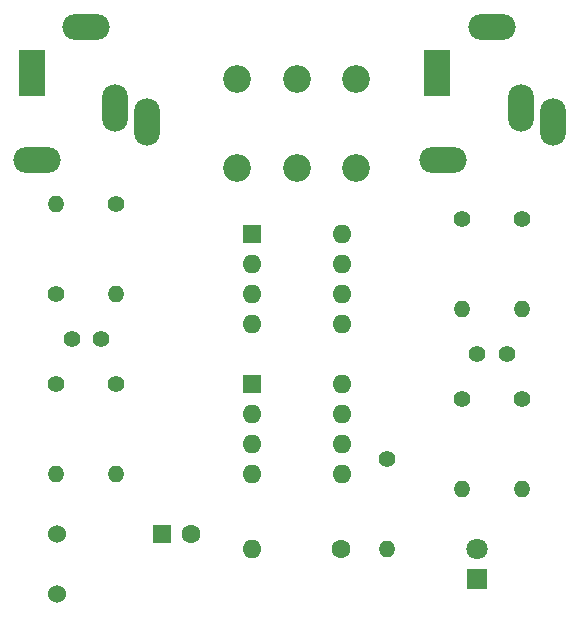
<source format=gbr>
%TF.GenerationSoftware,KiCad,Pcbnew,7.0.8*%
%TF.CreationDate,2023-12-16T16:40:22-03:00*%
%TF.ProjectId,cmoy,636d6f79-2e6b-4696-9361-645f70636258,rev?*%
%TF.SameCoordinates,Original*%
%TF.FileFunction,Soldermask,Top*%
%TF.FilePolarity,Negative*%
%FSLAX46Y46*%
G04 Gerber Fmt 4.6, Leading zero omitted, Abs format (unit mm)*
G04 Created by KiCad (PCBNEW 7.0.8) date 2023-12-16 16:40:22*
%MOMM*%
%LPD*%
G01*
G04 APERTURE LIST*
%ADD10O,1.600000X1.600000*%
%ADD11R,1.600000X1.600000*%
%ADD12C,2.340000*%
%ADD13O,1.400000X1.400000*%
%ADD14C,1.400000*%
%ADD15O,2.200000X4.000000*%
%ADD16O,4.000000X2.200000*%
%ADD17R,2.200000X4.000000*%
%ADD18R,1.800000X1.800000*%
%ADD19C,1.800000*%
%ADD20C,1.600000*%
%ADD21C,1.524000*%
G04 APERTURE END LIST*
D10*
%TO.C,U2*%
X193050000Y-62240000D03*
X193050000Y-64780000D03*
X193050000Y-67320000D03*
X193050000Y-69860000D03*
X185430000Y-69860000D03*
X185430000Y-67320000D03*
X185430000Y-64780000D03*
D11*
X185430000Y-62240000D03*
%TD*%
%TO.C,U1*%
X185430000Y-74940000D03*
D10*
X185430000Y-77480000D03*
X185430000Y-80020000D03*
X185430000Y-82560000D03*
X193050000Y-82560000D03*
X193050000Y-80020000D03*
X193050000Y-77480000D03*
X193050000Y-74940000D03*
%TD*%
D12*
%TO.C,RV1*%
X194230000Y-49100000D03*
X189230000Y-49100000D03*
X184230000Y-49100000D03*
X194230000Y-56600000D03*
X189230000Y-56600000D03*
X184230000Y-56600000D03*
%TD*%
D13*
%TO.C,R9*%
X208320000Y-68580000D03*
D14*
X208320000Y-60960000D03*
%TD*%
%TO.C,R8*%
X208320000Y-76200000D03*
D13*
X208320000Y-83820000D03*
%TD*%
D14*
%TO.C,R7*%
X203240000Y-76200000D03*
D13*
X203240000Y-83820000D03*
%TD*%
D14*
%TO.C,R6*%
X173950000Y-59690000D03*
D13*
X173950000Y-67310000D03*
%TD*%
%TO.C,R5*%
X173950000Y-82550000D03*
D14*
X173950000Y-74930000D03*
%TD*%
D13*
%TO.C,R4*%
X168870000Y-82550000D03*
D14*
X168870000Y-74930000D03*
%TD*%
%TO.C,R3*%
X203240000Y-60960000D03*
D13*
X203240000Y-68580000D03*
%TD*%
D14*
%TO.C,R2*%
X168870000Y-67310000D03*
D13*
X168870000Y-59690000D03*
%TD*%
%TO.C,R1*%
X196850000Y-88900000D03*
D14*
X196850000Y-81280000D03*
%TD*%
D15*
%TO.C,J2*%
X210940000Y-52710000D03*
X208240000Y-51510000D03*
D16*
X205740000Y-44710000D03*
D17*
X201140000Y-48610000D03*
D16*
X201640000Y-55910000D03*
%TD*%
%TO.C,J1*%
X167292500Y-55910000D03*
D17*
X166792500Y-48610000D03*
D16*
X171392500Y-44710000D03*
D15*
X173892500Y-51510000D03*
X176592500Y-52710000D03*
%TD*%
D18*
%TO.C,D1*%
X204470000Y-91440000D03*
D19*
X204470000Y-88900000D03*
%TD*%
D14*
%TO.C,C4*%
X207010000Y-72390000D03*
X204510000Y-72390000D03*
%TD*%
%TO.C,C3*%
X170180000Y-71120000D03*
X172680000Y-71120000D03*
%TD*%
D10*
%TO.C,C2*%
X185480000Y-88900000D03*
D20*
X192980000Y-88900000D03*
%TD*%
D11*
%TO.C,C1*%
X177800000Y-87630000D03*
D20*
X180300000Y-87630000D03*
%TD*%
D21*
%TO.C,BAT*%
X168910000Y-92710000D03*
X168910000Y-87630000D03*
%TD*%
M02*

</source>
